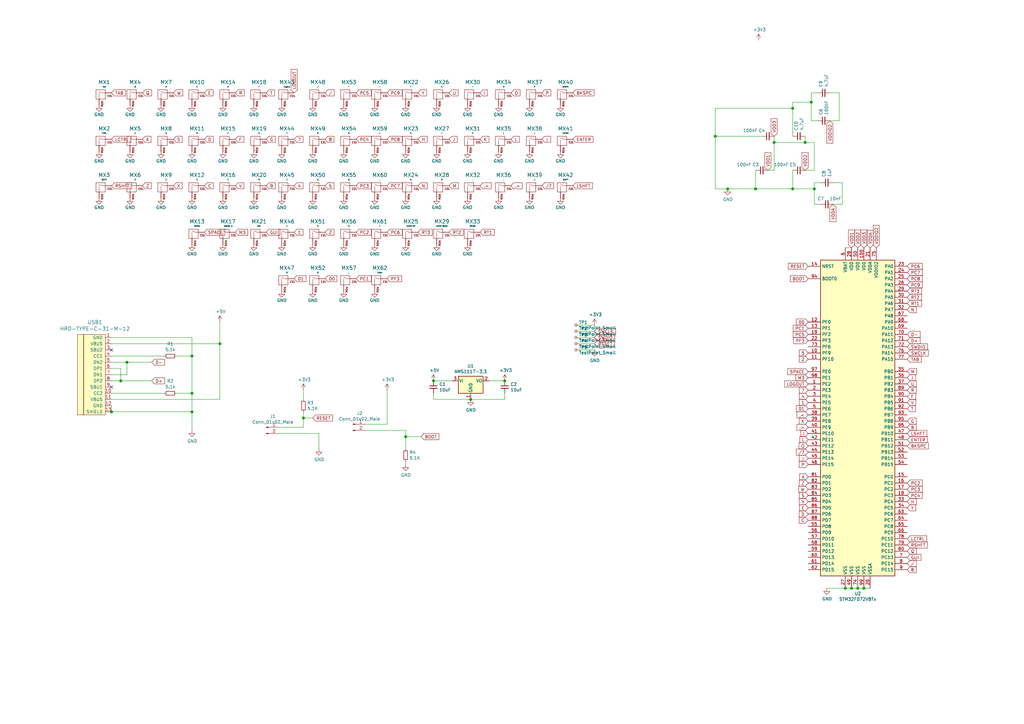
<source format=kicad_sch>
(kicad_sch (version 20210126) (generator eeschema)
  (paper "A3")
  (junction (at 45.72 168.91) (diameter 1.016))
  (junction (at 49.53 156.21) (diameter 1.016))
  (junction (at 52.07 148.59) (diameter 1.016))
  (junction (at 78.74 146.05) (diameter 1.016))
  (junction (at 78.74 161.29) (diameter 1.016))
  (junction (at 78.74 168.91) (diameter 1.016))
  (junction (at 90.17 140.97) (diameter 1.016))
  (junction (at 124.46 171.45) (diameter 1.016))
  (junction (at 166.37 179.07) (diameter 1.016))
  (junction (at 177.8 156.21) (diameter 1.016))
  (junction (at 193.04 163.83) (diameter 1.016))
  (junction (at 207.01 156.21) (diameter 1.016))
  (junction (at 293.37 55.88) (diameter 1.016))
  (junction (at 298.45 77.47) (diameter 1.016))
  (junction (at 309.88 77.47) (diameter 1.016))
  (junction (at 317.5 58.42) (diameter 1.016))
  (junction (at 325.12 44.45) (diameter 1.016))
  (junction (at 325.12 77.47) (diameter 1.016))
  (junction (at 330.2 58.42) (diameter 1.016))
  (junction (at 332.74 41.91) (diameter 1.016))
  (junction (at 334.01 77.47) (diameter 1.016))
  (junction (at 346.71 241.3) (diameter 1.016))
  (junction (at 349.25 241.3) (diameter 1.016))
  (junction (at 351.79 241.3) (diameter 1.016))
  (junction (at 354.33 241.3) (diameter 1.016))
  (no_connect (at 45.72 143.51))
  (no_connect (at 45.72 158.75))
  (wire (pts (xy 45.72 138.43) (xy 78.74 138.43)))
  (wire (pts (xy 45.72 140.97) (xy 90.17 140.97)))
  (wire (pts (xy 45.72 146.05) (xy 67.31 146.05)))
  (wire (pts (xy 45.72 148.59) (xy 52.07 148.59)))
  (wire (pts (xy 45.72 151.13) (xy 49.53 151.13)))
  (wire (pts (xy 45.72 153.67) (xy 52.07 153.67)))
  (wire (pts (xy 45.72 156.21) (xy 49.53 156.21)))
  (wire (pts (xy 45.72 161.29) (xy 67.31 161.29)))
  (wire (pts (xy 45.72 163.83) (xy 90.17 163.83)))
  (wire (pts (xy 45.72 166.37) (xy 45.72 168.91)))
  (wire (pts (xy 45.72 168.91) (xy 78.74 168.91)))
  (wire (pts (xy 49.53 151.13) (xy 49.53 156.21)))
  (wire (pts (xy 49.53 156.21) (xy 62.23 156.21)))
  (wire (pts (xy 52.07 148.59) (xy 62.23 148.59)))
  (wire (pts (xy 52.07 153.67) (xy 52.07 148.59)))
  (wire (pts (xy 72.39 146.05) (xy 78.74 146.05)))
  (wire (pts (xy 72.39 161.29) (xy 78.74 161.29)))
  (wire (pts (xy 78.74 138.43) (xy 78.74 146.05)))
  (wire (pts (xy 78.74 146.05) (xy 78.74 161.29)))
  (wire (pts (xy 78.74 161.29) (xy 78.74 168.91)))
  (wire (pts (xy 78.74 168.91) (xy 78.74 176.53)))
  (wire (pts (xy 90.17 140.97) (xy 90.17 132.08)))
  (wire (pts (xy 90.17 163.83) (xy 90.17 140.97)))
  (wire (pts (xy 114.3 175.26) (xy 124.46 175.26)))
  (wire (pts (xy 124.46 160.02) (xy 124.46 163.83)))
  (wire (pts (xy 124.46 171.45) (xy 124.46 168.91)))
  (wire (pts (xy 124.46 171.45) (xy 128.27 171.45)))
  (wire (pts (xy 124.46 175.26) (xy 124.46 171.45)))
  (wire (pts (xy 130.81 177.8) (xy 114.3 177.8)))
  (wire (pts (xy 130.81 184.15) (xy 130.81 177.8)))
  (wire (pts (xy 158.75 160.02) (xy 158.75 173.99)))
  (wire (pts (xy 158.75 173.99) (xy 149.86 173.99)))
  (wire (pts (xy 166.37 176.53) (xy 149.86 176.53)))
  (wire (pts (xy 166.37 176.53) (xy 166.37 179.07)))
  (wire (pts (xy 166.37 179.07) (xy 166.37 184.15)))
  (wire (pts (xy 166.37 179.07) (xy 172.72 179.07)))
  (wire (pts (xy 166.37 190.5) (xy 166.37 189.23)))
  (wire (pts (xy 177.8 156.21) (xy 185.42 156.21)))
  (wire (pts (xy 177.8 163.83) (xy 177.8 161.29)))
  (wire (pts (xy 193.04 163.83) (xy 177.8 163.83)))
  (wire (pts (xy 200.66 156.21) (xy 207.01 156.21)))
  (wire (pts (xy 207.01 161.29) (xy 207.01 163.83)))
  (wire (pts (xy 207.01 163.83) (xy 193.04 163.83)))
  (wire (pts (xy 236.22 133.35) (xy 243.84 133.35)))
  (wire (pts (xy 236.22 135.89) (xy 243.84 135.89)))
  (wire (pts (xy 236.22 138.43) (xy 243.84 138.43)))
  (wire (pts (xy 236.22 140.97) (xy 243.84 140.97)))
  (wire (pts (xy 236.22 143.51) (xy 243.84 143.51)))
  (wire (pts (xy 293.37 44.45) (xy 293.37 55.88)))
  (wire (pts (xy 293.37 55.88) (xy 293.37 77.47)))
  (wire (pts (xy 293.37 77.47) (xy 298.45 77.47)))
  (wire (pts (xy 298.45 77.47) (xy 309.88 77.47)))
  (wire (pts (xy 309.88 69.85) (xy 309.88 77.47)))
  (wire (pts (xy 309.88 77.47) (xy 325.12 77.47)))
  (wire (pts (xy 312.42 55.88) (xy 293.37 55.88)))
  (wire (pts (xy 317.5 55.88) (xy 317.5 58.42)))
  (wire (pts (xy 317.5 58.42) (xy 317.5 69.85)))
  (wire (pts (xy 317.5 69.85) (xy 314.96 69.85)))
  (wire (pts (xy 325.12 41.91) (xy 325.12 44.45)))
  (wire (pts (xy 325.12 44.45) (xy 293.37 44.45)))
  (wire (pts (xy 325.12 55.88) (xy 325.12 44.45)))
  (wire (pts (xy 325.12 77.47) (xy 325.12 69.85)))
  (wire (pts (xy 325.12 77.47) (xy 334.01 77.47)))
  (wire (pts (xy 330.2 55.88) (xy 330.2 58.42)))
  (wire (pts (xy 330.2 58.42) (xy 317.5 58.42)))
  (wire (pts (xy 330.2 58.42) (xy 334.01 58.42)))
  (wire (pts (xy 332.74 38.1) (xy 332.74 41.91)))
  (wire (pts (xy 332.74 41.91) (xy 325.12 41.91)))
  (wire (pts (xy 332.74 41.91) (xy 332.74 49.53)))
  (wire (pts (xy 332.74 49.53) (xy 335.28 49.53)))
  (wire (pts (xy 334.01 58.42) (xy 334.01 69.85)))
  (wire (pts (xy 334.01 69.85) (xy 330.2 69.85)))
  (wire (pts (xy 334.01 74.93) (xy 334.01 77.47)))
  (wire (pts (xy 334.01 77.47) (xy 334.01 83.82)))
  (wire (pts (xy 334.01 83.82) (xy 336.55 83.82)))
  (wire (pts (xy 335.28 38.1) (xy 332.74 38.1)))
  (wire (pts (xy 336.55 74.93) (xy 334.01 74.93)))
  (wire (pts (xy 340.36 38.1) (xy 344.17 38.1)))
  (wire (pts (xy 341.63 74.93) (xy 345.44 74.93)))
  (wire (pts (xy 344.17 38.1) (xy 344.17 49.53)))
  (wire (pts (xy 344.17 49.53) (xy 340.36 49.53)))
  (wire (pts (xy 345.44 74.93) (xy 345.44 83.82)))
  (wire (pts (xy 345.44 83.82) (xy 341.63 83.82)))
  (wire (pts (xy 346.71 101.6) (xy 349.25 101.6)))
  (wire (pts (xy 346.71 241.3) (xy 339.09 241.3)))
  (wire (pts (xy 349.25 241.3) (xy 346.71 241.3)))
  (wire (pts (xy 351.79 241.3) (xy 349.25 241.3)))
  (wire (pts (xy 354.33 241.3) (xy 351.79 241.3)))
  (wire (pts (xy 356.87 241.3) (xy 354.33 241.3)))
  (global_label "TAB" (shape input) (at 45.72 38.1 0) (property "Intersheet References" "${INTERSHEET_REFS}" (effects hide)))
  (global_label "LCTRL" (shape input) (at 45.72 57.15 0) (property "Intersheet References" "${INTERSHEET_REFS}" (effects hide)))
  (global_label "RSHFT" (shape input) (at 45.72 76.2 0) (property "Intersheet References" "${INTERSHEET_REFS}" (effects hide)))
  (global_label "Q" (shape input) (at 58.42 38.1 0) (property "Intersheet References" "${INTERSHEET_REFS}" (effects hide)))
  (global_label "A" (shape input) (at 58.42 57.15 0) (property "Intersheet References" "${INTERSHEET_REFS}" (effects hide)))
  (global_label "Z" (shape input) (at 58.42 76.2 0) (property "Intersheet References" "${INTERSHEET_REFS}" (effects hide)))
  (global_label "D-" (shape input) (at 62.23 148.59 0) (property "Intersheet References" "${INTERSHEET_REFS}" (effects hide)))
  (global_label "D+" (shape input) (at 62.23 156.21 0) (property "Intersheet References" "${INTERSHEET_REFS}" (effects hide)))
  (global_label "W" (shape input) (at 71.12 38.1 0) (property "Intersheet References" "${INTERSHEET_REFS}" (effects hide)))
  (global_label "S" (shape input) (at 71.12 57.15 0) (property "Intersheet References" "${INTERSHEET_REFS}" (effects hide)))
  (global_label "X" (shape input) (at 71.12 76.2 0) (property "Intersheet References" "${INTERSHEET_REFS}" (effects hide)))
  (global_label "E" (shape input) (at 83.82 38.1 0) (property "Intersheet References" "${INTERSHEET_REFS}" (effects hide)))
  (global_label "D" (shape input) (at 83.82 57.15 0) (property "Intersheet References" "${INTERSHEET_REFS}" (effects hide)))
  (global_label "C" (shape input) (at 83.82 76.2 0) (property "Intersheet References" "${INTERSHEET_REFS}" (effects hide)))
  (global_label "SPACE" (shape input) (at 83.82 95.25 0) (property "Intersheet References" "${INTERSHEET_REFS}" (effects hide)))
  (global_label "R" (shape input) (at 96.52 38.1 0) (property "Intersheet References" "${INTERSHEET_REFS}" (effects hide)))
  (global_label "F" (shape input) (at 96.52 57.15 0) (property "Intersheet References" "${INTERSHEET_REFS}" (effects hide)))
  (global_label "V" (shape input) (at 96.52 76.2 0) (property "Intersheet References" "${INTERSHEET_REFS}" (effects hide)))
  (global_label "M3" (shape input) (at 96.52 95.25 0) (property "Intersheet References" "${INTERSHEET_REFS}" (effects hide)))
  (global_label "T" (shape input) (at 109.22 38.1 0) (property "Intersheet References" "${INTERSHEET_REFS}" (effects hide)))
  (global_label "G" (shape input) (at 109.22 57.15 0) (property "Intersheet References" "${INTERSHEET_REFS}" (effects hide)))
  (global_label "B" (shape input) (at 109.22 76.2 0) (property "Intersheet References" "${INTERSHEET_REFS}" (effects hide)))
  (global_label "GUI" (shape input) (at 109.22 95.25 0) (property "Intersheet References" "${INTERSHEET_REFS}" (effects hide)))
  (global_label "LOGOUT" (shape input) (at 120.65 38.1 90) (property "Intersheet References" "${INTERSHEET_REFS}" (effects hide)))
  (global_label "7" (shape input) (at 120.65 57.15 0) (property "Intersheet References" "${INTERSHEET_REFS}" (effects hide)))
  (global_label "4" (shape input) (at 120.65 76.2 0) (property "Intersheet References" "${INTERSHEET_REFS}" (effects hide)))
  (global_label "1" (shape input) (at 120.65 95.25 0) (property "Intersheet References" "${INTERSHEET_REFS}" (effects hide)))
  (global_label "01" (shape input) (at 120.65 114.3 0) (property "Intersheet References" "${INTERSHEET_REFS}" (effects hide)))
  (global_label "RESET" (shape input) (at 128.27 171.45 0) (property "Intersheet References" "${INTERSHEET_REFS}" (effects hide)))
  (global_label "{slash}" (shape input) (at 133.35 38.1 0) (property "Intersheet References" "${INTERSHEET_REFS}" (effects hide)))
  (global_label "8" (shape input) (at 133.35 57.15 0) (property "Intersheet References" "${INTERSHEET_REFS}" (effects hide)))
  (global_label "5" (shape input) (at 133.35 76.2 0) (property "Intersheet References" "${INTERSHEET_REFS}" (effects hide)))
  (global_label "2" (shape input) (at 133.35 95.25 0) (property "Intersheet References" "${INTERSHEET_REFS}" (effects hide)))
  (global_label "00" (shape input) (at 133.35 114.3 0) (property "Intersheet References" "${INTERSHEET_REFS}" (effects hide)))
  (global_label "PC5" (shape input) (at 146.05 38.1 0) (property "Intersheet References" "${INTERSHEET_REFS}" (effects hide)))
  (global_label "PC4" (shape input) (at 146.05 57.15 0) (property "Intersheet References" "${INTERSHEET_REFS}" (effects hide)))
  (global_label "PC3" (shape input) (at 146.05 76.2 0) (property "Intersheet References" "${INTERSHEET_REFS}" (effects hide)))
  (global_label "PC2" (shape input) (at 146.05 95.25 0) (property "Intersheet References" "${INTERSHEET_REFS}" (effects hide)))
  (global_label "PC1" (shape input) (at 146.05 114.3 0) (property "Intersheet References" "${INTERSHEET_REFS}" (effects hide)))
  (global_label "PC9" (shape input) (at 158.75 38.1 0) (property "Intersheet References" "${INTERSHEET_REFS}" (effects hide)))
  (global_label "PC8" (shape input) (at 158.75 57.15 0) (property "Intersheet References" "${INTERSHEET_REFS}" (effects hide)))
  (global_label "PC7" (shape input) (at 158.75 76.2 0) (property "Intersheet References" "${INTERSHEET_REFS}" (effects hide)))
  (global_label "PC6" (shape input) (at 158.75 95.25 0) (property "Intersheet References" "${INTERSHEET_REFS}" (effects hide)))
  (global_label "PF3" (shape input) (at 158.75 114.3 0) (property "Intersheet References" "${INTERSHEET_REFS}" (effects hide)))
  (global_label "Y" (shape input) (at 171.45 38.1 0) (property "Intersheet References" "${INTERSHEET_REFS}" (effects hide)))
  (global_label "H" (shape input) (at 171.45 57.15 0) (property "Intersheet References" "${INTERSHEET_REFS}" (effects hide)))
  (global_label "N" (shape input) (at 171.45 76.2 0) (property "Intersheet References" "${INTERSHEET_REFS}" (effects hide)))
  (global_label "RT3" (shape input) (at 171.45 95.25 0) (property "Intersheet References" "${INTERSHEET_REFS}" (effects hide)))
  (global_label "BOOT" (shape input) (at 172.72 179.07 0) (property "Intersheet References" "${INTERSHEET_REFS}" (effects hide)))
  (global_label "U" (shape input) (at 184.15 38.1 0) (property "Intersheet References" "${INTERSHEET_REFS}" (effects hide)))
  (global_label "J" (shape input) (at 184.15 57.15 0) (property "Intersheet References" "${INTERSHEET_REFS}" (effects hide)))
  (global_label "M" (shape input) (at 184.15 76.2 0) (property "Intersheet References" "${INTERSHEET_REFS}" (effects hide)))
  (global_label "RT2" (shape input) (at 184.15 95.25 0) (property "Intersheet References" "${INTERSHEET_REFS}" (effects hide)))
  (global_label "I" (shape input) (at 196.85 38.1 0) (property "Intersheet References" "${INTERSHEET_REFS}" (effects hide)))
  (global_label "K" (shape input) (at 196.85 57.15 0) (property "Intersheet References" "${INTERSHEET_REFS}" (effects hide)))
  (global_label ",<" (shape input) (at 196.85 76.2 0) (property "Intersheet References" "${INTERSHEET_REFS}" (effects hide)))
  (global_label "RT1" (shape input) (at 196.85 95.25 0) (property "Intersheet References" "${INTERSHEET_REFS}" (effects hide)))
  (global_label "O" (shape input) (at 209.55 38.1 0) (property "Intersheet References" "${INTERSHEET_REFS}" (effects hide)))
  (global_label "L" (shape input) (at 209.55 57.15 0) (property "Intersheet References" "${INTERSHEET_REFS}" (effects hide)))
  (global_label ".>" (shape input) (at 209.55 76.2 0) (property "Intersheet References" "${INTERSHEET_REFS}" (effects hide)))
  (global_label "P" (shape input) (at 222.25 38.1 0) (property "Intersheet References" "${INTERSHEET_REFS}" (effects hide)))
  (global_label ";:" (shape input) (at 222.25 57.15 0) (property "Intersheet References" "${INTERSHEET_REFS}" (effects hide)))
  (global_label "{slash}?" (shape input) (at 222.25 76.2 0) (property "Intersheet References" "${INTERSHEET_REFS}" (effects hide)))
  (global_label "BKSPC" (shape input) (at 234.95 38.1 0) (property "Intersheet References" "${INTERSHEET_REFS}" (effects hide)))
  (global_label "ENTER" (shape input) (at 234.95 57.15 0) (property "Intersheet References" "${INTERSHEET_REFS}" (effects hide)))
  (global_label "LSHFT" (shape input) (at 234.95 76.2 0) (property "Intersheet References" "${INTERSHEET_REFS}" (effects hide)))
  (global_label "SWCLK" (shape input) (at 243.84 135.89 0) (property "Intersheet References" "${INTERSHEET_REFS}" (effects hide)))
  (global_label "SWDIO" (shape input) (at 243.84 138.43 0) (property "Intersheet References" "${INTERSHEET_REFS}" (effects hide)))
  (global_label "RESET" (shape input) (at 243.84 140.97 0) (property "Intersheet References" "${INTERSHEET_REFS}" (effects hide)))
  (global_label "VDD1" (shape input) (at 314.96 69.85 90) (property "Intersheet References" "${INTERSHEET_REFS}" (effects hide)))
  (global_label "VDD3" (shape input) (at 317.5 55.88 90) (property "Intersheet References" "${INTERSHEET_REFS}" (effects hide)))
  (global_label "VDD2" (shape input) (at 330.2 69.85 90) (property "Intersheet References" "${INTERSHEET_REFS}" (effects hide)))
  (global_label "RESET" (shape input) (at 331.47 109.22 180) (property "Intersheet References" "${INTERSHEET_REFS}" (effects hide)))
  (global_label "BOOT" (shape input) (at 331.47 114.3 180) (property "Intersheet References" "${INTERSHEET_REFS}" (effects hide)))
  (global_label "00" (shape input) (at 331.47 132.08 180) (property "Intersheet References" "${INTERSHEET_REFS}" (effects hide)))
  (global_label "PC1" (shape input) (at 331.47 134.62 180) (property "Intersheet References" "${INTERSHEET_REFS}" (effects hide)))
  (global_label "PC5" (shape input) (at 331.47 137.16 180) (property "Intersheet References" "${INTERSHEET_REFS}" (effects hide)))
  (global_label "PF3" (shape input) (at 331.47 139.7 180) (property "Intersheet References" "${INTERSHEET_REFS}" (effects hide)))
  (global_label "5" (shape input) (at 331.47 144.78 180) (property "Intersheet References" "${INTERSHEET_REFS}" (effects hide)))
  (global_label "2" (shape input) (at 331.47 147.32 180) (property "Intersheet References" "${INTERSHEET_REFS}" (effects hide)))
  (global_label "SPACE" (shape input) (at 331.47 152.4 180) (property "Intersheet References" "${INTERSHEET_REFS}" (effects hide)))
  (global_label "M3" (shape input) (at 331.47 154.94 180) (property "Intersheet References" "${INTERSHEET_REFS}" (effects hide)))
  (global_label "LOGOUT" (shape input) (at 331.47 157.48 180) (property "Intersheet References" "${INTERSHEET_REFS}" (effects hide)))
  (global_label "7" (shape input) (at 331.47 160.02 180) (property "Intersheet References" "${INTERSHEET_REFS}" (effects hide)))
  (global_label "4" (shape input) (at 331.47 162.56 180) (property "Intersheet References" "${INTERSHEET_REFS}" (effects hide)))
  (global_label "1" (shape input) (at 331.47 165.1 180) (property "Intersheet References" "${INTERSHEET_REFS}" (effects hide)))
  (global_label "01" (shape input) (at 331.47 167.64 180) (property "Intersheet References" "${INTERSHEET_REFS}" (effects hide)))
  (global_label ",<" (shape input) (at 331.47 170.18 180) (property "Intersheet References" "${INTERSHEET_REFS}" (effects hide)))
  (global_label "K" (shape input) (at 331.47 172.72 180) (property "Intersheet References" "${INTERSHEET_REFS}" (effects hide)))
  (global_label ".>" (shape input) (at 331.47 175.26 180) (property "Intersheet References" "${INTERSHEET_REFS}" (effects hide)))
  (global_label "I" (shape input) (at 331.47 177.8 180) (property "Intersheet References" "${INTERSHEET_REFS}" (effects hide)))
  (global_label "L" (shape input) (at 331.47 180.34 180) (property "Intersheet References" "${INTERSHEET_REFS}" (effects hide)))
  (global_label "O" (shape input) (at 331.47 182.88 180) (property "Intersheet References" "${INTERSHEET_REFS}" (effects hide)))
  (global_label "{slash}?" (shape input) (at 331.47 185.42 180) (property "Intersheet References" "${INTERSHEET_REFS}" (effects hide)))
  (global_label ";:" (shape input) (at 331.47 187.96 180) (property "Intersheet References" "${INTERSHEET_REFS}" (effects hide)))
  (global_label "P" (shape input) (at 331.47 190.5 180) (property "Intersheet References" "${INTERSHEET_REFS}" (effects hide)))
  (global_label "A" (shape input) (at 331.47 195.58 180) (property "Intersheet References" "${INTERSHEET_REFS}" (effects hide)))
  (global_label "Z" (shape input) (at 331.47 198.12 180) (property "Intersheet References" "${INTERSHEET_REFS}" (effects hide)))
  (global_label "W" (shape input) (at 331.47 200.66 180) (property "Intersheet References" "${INTERSHEET_REFS}" (effects hide)))
  (global_label "S" (shape input) (at 331.47 203.2 180) (property "Intersheet References" "${INTERSHEET_REFS}" (effects hide)))
  (global_label "X" (shape input) (at 331.47 205.74 180) (property "Intersheet References" "${INTERSHEET_REFS}" (effects hide)))
  (global_label "E" (shape input) (at 331.47 208.28 180) (property "Intersheet References" "${INTERSHEET_REFS}" (effects hide)))
  (global_label "D" (shape input) (at 331.47 210.82 180) (property "Intersheet References" "${INTERSHEET_REFS}" (effects hide)))
  (global_label "C" (shape input) (at 331.47 213.36 180) (property "Intersheet References" "${INTERSHEET_REFS}" (effects hide)))
  (global_label "VDDIO2" (shape input) (at 340.36 49.53 270) (property "Intersheet References" "${INTERSHEET_REFS}" (effects hide)))
  (global_label "VDDA" (shape input) (at 341.63 83.82 270) (property "Intersheet References" "${INTERSHEET_REFS}" (effects hide)))
  (global_label "VDD1" (shape input) (at 349.25 101.6 90) (property "Intersheet References" "${INTERSHEET_REFS}" (effects hide)))
  (global_label "VDD2" (shape input) (at 351.79 101.6 90) (property "Intersheet References" "${INTERSHEET_REFS}" (effects hide)))
  (global_label "VDD3" (shape input) (at 354.33 101.6 90) (property "Intersheet References" "${INTERSHEET_REFS}" (effects hide)))
  (global_label "VDDA" (shape input) (at 356.87 101.6 90) (property "Intersheet References" "${INTERSHEET_REFS}" (effects hide)))
  (global_label "VDDIO2" (shape input) (at 359.41 101.6 90) (property "Intersheet References" "${INTERSHEET_REFS}" (effects hide)))
  (global_label "PC6" (shape input) (at 372.11 109.22 0) (property "Intersheet References" "${INTERSHEET_REFS}" (effects hide)))
  (global_label "PC7" (shape input) (at 372.11 111.76 0) (property "Intersheet References" "${INTERSHEET_REFS}" (effects hide)))
  (global_label "PC8" (shape input) (at 372.11 114.3 0) (property "Intersheet References" "${INTERSHEET_REFS}" (effects hide)))
  (global_label "PC9" (shape input) (at 372.11 116.84 0) (property "Intersheet References" "${INTERSHEET_REFS}" (effects hide)))
  (global_label "RT3" (shape input) (at 372.11 119.38 0) (property "Intersheet References" "${INTERSHEET_REFS}" (effects hide)))
  (global_label "RT2" (shape input) (at 372.11 121.92 0) (property "Intersheet References" "${INTERSHEET_REFS}" (effects hide)))
  (global_label "RT1" (shape input) (at 372.11 124.46 0) (property "Intersheet References" "${INTERSHEET_REFS}" (effects hide)))
  (global_label "N" (shape input) (at 372.11 127 0) (property "Intersheet References" "${INTERSHEET_REFS}" (effects hide)))
  (global_label "D-" (shape input) (at 372.11 137.16 0) (property "Intersheet References" "${INTERSHEET_REFS}" (effects hide)))
  (global_label "D+" (shape input) (at 372.11 139.7 0) (property "Intersheet References" "${INTERSHEET_REFS}" (effects hide)))
  (global_label "SWDIO" (shape input) (at 372.11 142.24 0) (property "Intersheet References" "${INTERSHEET_REFS}" (effects hide)))
  (global_label "SWCLK" (shape input) (at 372.11 144.78 0) (property "Intersheet References" "${INTERSHEET_REFS}" (effects hide)))
  (global_label "TAB" (shape input) (at 372.11 147.32 0) (property "Intersheet References" "${INTERSHEET_REFS}" (effects hide)))
  (global_label "M" (shape input) (at 372.11 152.4 0) (property "Intersheet References" "${INTERSHEET_REFS}" (effects hide)))
  (global_label "J" (shape input) (at 372.11 154.94 0) (property "Intersheet References" "${INTERSHEET_REFS}" (effects hide)))
  (global_label "U" (shape input) (at 372.11 157.48 0) (property "Intersheet References" "${INTERSHEET_REFS}" (effects hide)))
  (global_label "R" (shape input) (at 372.11 160.02 0) (property "Intersheet References" "${INTERSHEET_REFS}" (effects hide)))
  (global_label "F" (shape input) (at 372.11 162.56 0) (property "Intersheet References" "${INTERSHEET_REFS}" (effects hide)))
  (global_label "V" (shape input) (at 372.11 165.1 0) (property "Intersheet References" "${INTERSHEET_REFS}" (effects hide)))
  (global_label "T" (shape input) (at 372.11 167.64 0) (property "Intersheet References" "${INTERSHEET_REFS}" (effects hide)))
  (global_label "G" (shape input) (at 372.11 172.72 0) (property "Intersheet References" "${INTERSHEET_REFS}" (effects hide)))
  (global_label "B" (shape input) (at 372.11 175.26 0) (property "Intersheet References" "${INTERSHEET_REFS}" (effects hide)))
  (global_label "LSHFT" (shape input) (at 372.11 177.8 0) (property "Intersheet References" "${INTERSHEET_REFS}" (effects hide)))
  (global_label "ENTER" (shape input) (at 372.11 180.34 0) (property "Intersheet References" "${INTERSHEET_REFS}" (effects hide)))
  (global_label "BKSPC" (shape input) (at 372.11 182.88 0) (property "Intersheet References" "${INTERSHEET_REFS}" (effects hide)))
  (global_label "PC2" (shape input) (at 372.11 198.12 0) (property "Intersheet References" "${INTERSHEET_REFS}" (effects hide)))
  (global_label "PC3" (shape input) (at 372.11 200.66 0) (property "Intersheet References" "${INTERSHEET_REFS}" (effects hide)))
  (global_label "PC4" (shape input) (at 372.11 203.2 0) (property "Intersheet References" "${INTERSHEET_REFS}" (effects hide)))
  (global_label "H" (shape input) (at 372.11 205.74 0) (property "Intersheet References" "${INTERSHEET_REFS}" (effects hide)))
  (global_label "Y" (shape input) (at 372.11 208.28 0) (property "Intersheet References" "${INTERSHEET_REFS}" (effects hide)))
  (global_label "LCTRL" (shape input) (at 372.11 220.98 0) (property "Intersheet References" "${INTERSHEET_REFS}" (effects hide)))
  (global_label "RSHFT" (shape input) (at 372.11 223.52 0) (property "Intersheet References" "${INTERSHEET_REFS}" (effects hide)))
  (global_label "Q" (shape input) (at 372.11 226.06 0) (property "Intersheet References" "${INTERSHEET_REFS}" (effects hide)))
  (global_label "GUI" (shape input) (at 372.11 228.6 0) (property "Intersheet References" "${INTERSHEET_REFS}" (effects hide)))
  (global_label "{slash}" (shape input) (at 372.11 231.14 0) (property "Intersheet References" "${INTERSHEET_REFS}" (effects hide)))
  (global_label "8" (shape input) (at 372.11 233.68 0) (property "Intersheet References" "${INTERSHEET_REFS}" (effects hide)))
  (symbol (lib_id "Connector:TestPoint_Small") (at 236.22 133.35 0) (unit 1)
    (property "Reference" "TP1" (at 237.3631 132.2006 0) (effects (justify left)))
    (property "Value" "TestPoint_Small" (at 237.3631 134.4993 0) (effects (justify left)))
    (property "Footprint" "TestPoint:TestPoint_Pad_D1.0mm" (effects hide))
  )
  (symbol (lib_id "Connector:TestPoint_Small") (at 236.22 135.89 0) (unit 1)
    (property "Reference" "TP2" (at 237.3631 134.7406 0) (effects (justify left)))
    (property "Value" "TestPoint_Small" (at 237.3631 137.0393 0) (effects (justify left)))
    (property "Footprint" "TestPoint:TestPoint_Pad_D1.0mm" (effects hide))
  )
  (symbol (lib_id "Connector:TestPoint_Small") (at 236.22 138.43 0) (unit 1)
    (property "Reference" "TP3" (at 237.3631 137.2806 0) (effects (justify left)))
    (property "Value" "TestPoint_Small" (at 237.3631 139.5793 0) (effects (justify left)))
    (property "Footprint" "TestPoint:TestPoint_Pad_D1.0mm" (effects hide))
  )
  (symbol (lib_id "Connector:TestPoint_Small") (at 236.22 140.97 0) (unit 1)
    (property "Reference" "TP4" (at 237.3631 139.8206 0) (effects (justify left)))
    (property "Value" "TestPoint_Small" (at 237.3631 142.1193 0) (effects (justify left)))
    (property "Footprint" "TestPoint:TestPoint_Pad_D1.0mm" (effects hide))
  )
  (symbol (lib_id "Connector:TestPoint_Small") (at 236.22 143.51 0) (unit 1)
    (property "Reference" "TP5" (at 237.3631 142.3606 0) (effects (justify left)))
    (property "Value" "TestPoint_Small" (at 237.3631 144.6593 0) (effects (justify left)))
    (property "Footprint" "TestPoint:TestPoint_Pad_D1.0mm" (effects hide))
  )
  (symbol (lib_id "power:+5V") (at 90.17 132.08 0) (unit 1)
    (property "Reference" "#PWR02" (effects hide))
    (property "Value" "+5V" (at 90.5383 127.7556 0))
  )
  (symbol (lib_id "power:+3V3") (at 124.46 160.02 0) (unit 1)
    (property "Reference" "#PWR070" (effects hide))
    (property "Value" "+3V3" (at 124.8283 155.6956 0))
  )
  (symbol (lib_id "power:+3V3") (at 158.75 160.02 0) (unit 1)
    (property "Reference" "#PWR072" (effects hide))
    (property "Value" "+3V3" (at 159.1183 155.6956 0))
  )
  (symbol (lib_id "power:+5V") (at 177.8 156.21 0) (unit 1)
    (property "Reference" "#PWR03" (effects hide))
    (property "Value" "+5V" (at 178.1683 151.8856 0))
  )
  (symbol (lib_id "power:+3V3") (at 207.01 156.21 0) (unit 1)
    (property "Reference" "#PWR05" (effects hide))
    (property "Value" "+3V3" (at 207.3783 151.8856 0))
  )
  (symbol (lib_id "power:+3V3") (at 243.84 133.35 0) (unit 1)
    (property "Reference" "#PWR074" (effects hide))
    (property "Value" "+3V3" (at 244.2083 129.0256 0))
  )
  (symbol (lib_id "power:+3V3") (at 311.15 16.51 0) (unit 1)
    (property "Reference" "#PWR07" (effects hide))
    (property "Value" "+3V3" (at 311.5183 12.1856 0))
  )
  (symbol (lib_id "power:GND") (at 40.64 43.18 0) (unit 1)
    (property "Reference" "#PWR08" (effects hide))
    (property "Value" "GND" (at 40.64 46.99 0))
    (property "Footprint" "Diode_SMD:D_0805_2012Metric_Pad1.15x1.40mm_HandSolder" (effects hide))
  )
  (symbol (lib_id "power:GND") (at 40.64 62.23 0) (unit 1)
    (property "Reference" "#PWR09" (effects hide))
    (property "Value" "GND" (at 40.64 66.04 0))
    (property "Footprint" "Diode_SMD:D_0805_2012Metric_Pad1.15x1.40mm_HandSolder" (effects hide))
  )
  (symbol (lib_id "power:GND") (at 40.64 81.28 0) (unit 1)
    (property "Reference" "#PWR010" (effects hide))
    (property "Value" "GND" (at 40.64 85.09 0))
    (property "Footprint" "Diode_SMD:D_0805_2012Metric_Pad1.15x1.40mm_HandSolder" (effects hide))
  )
  (symbol (lib_id "power:GND") (at 53.34 43.18 0) (unit 1)
    (property "Reference" "#PWR011" (effects hide))
    (property "Value" "GND" (at 53.34 46.99 0))
    (property "Footprint" "Diode_SMD:D_0805_2012Metric_Pad1.15x1.40mm_HandSolder" (effects hide))
  )
  (symbol (lib_id "power:GND") (at 53.34 62.23 0) (unit 1)
    (property "Reference" "#PWR012" (effects hide))
    (property "Value" "GND" (at 53.34 66.04 0))
    (property "Footprint" "Diode_SMD:D_0805_2012Metric_Pad1.15x1.40mm_HandSolder" (effects hide))
  )
  (symbol (lib_id "power:GND") (at 53.34 81.28 0) (unit 1)
    (property "Reference" "#PWR013" (effects hide))
    (property "Value" "GND" (at 53.34 85.09 0))
    (property "Footprint" "Diode_SMD:D_0805_2012Metric_Pad1.15x1.40mm_HandSolder" (effects hide))
  )
  (symbol (lib_id "power:GND") (at 66.04 43.18 0) (unit 1)
    (property "Reference" "#PWR014" (effects hide))
    (property "Value" "GND" (at 66.04 46.99 0))
    (property "Footprint" "Diode_SMD:D_0805_2012Metric_Pad1.15x1.40mm_HandSolder" (effects hide))
  )
  (symbol (lib_id "power:GND") (at 66.04 62.23 0) (unit 1)
    (property "Reference" "#PWR015" (effects hide))
    (property "Value" "GND" (at 66.04 66.04 0))
    (property "Footprint" "Diode_SMD:D_0805_2012Metric_Pad1.15x1.40mm_HandSolder" (effects hide))
  )
  (symbol (lib_id "power:GND") (at 66.04 81.28 0) (unit 1)
    (property "Reference" "#PWR016" (effects hide))
    (property "Value" "GND" (at 66.04 85.09 0))
    (property "Footprint" "Diode_SMD:D_0805_2012Metric_Pad1.15x1.40mm_HandSolder" (effects hide))
  )
  (symbol (lib_id "power:GND") (at 78.74 43.18 0) (unit 1)
    (property "Reference" "#PWR017" (effects hide))
    (property "Value" "GND" (at 78.74 46.99 0))
    (property "Footprint" "Diode_SMD:D_0805_2012Metric_Pad1.15x1.40mm_HandSolder" (effects hide))
  )
  (symbol (lib_id "power:GND") (at 78.74 62.23 0) (unit 1)
    (property "Reference" "#PWR018" (effects hide))
    (property "Value" "GND" (at 78.74 66.04 0))
    (property "Footprint" "Diode_SMD:D_0805_2012Metric_Pad1.15x1.40mm_HandSolder" (effects hide))
  )
  (symbol (lib_id "power:GND") (at 78.74 81.28 0) (unit 1)
    (property "Reference" "#PWR019" (effects hide))
    (property "Value" "GND" (at 78.74 85.09 0))
    (property "Footprint" "Diode_SMD:D_0805_2012Metric_Pad1.15x1.40mm_HandSolder" (effects hide))
  )
  (symbol (lib_id "power:GND") (at 78.74 100.33 0) (unit 1)
    (property "Reference" "#PWR020" (effects hide))
    (property "Value" "GND" (at 78.74 104.14 0))
    (property "Footprint" "Diode_SMD:D_0805_2012Metric_Pad1.15x1.40mm_HandSolder" (effects hide))
  )
  (symbol (lib_id "Hangulator-rescue:GND-power") (at 78.74 176.53 0) (unit 1)
    (property "Reference" "#PWR01" (effects hide))
    (property "Value" "GND" (at 78.867 180.9242 0))
  )
  (symbol (lib_id "power:GND") (at 91.44 43.18 0) (unit 1)
    (property "Reference" "#PWR021" (effects hide))
    (property "Value" "GND" (at 91.44 46.99 0))
    (property "Footprint" "Diode_SMD:D_0805_2012Metric_Pad1.15x1.40mm_HandSolder" (effects hide))
  )
  (symbol (lib_id "power:GND") (at 91.44 62.23 0) (unit 1)
    (property "Reference" "#PWR022" (effects hide))
    (property "Value" "GND" (at 91.44 66.04 0))
    (property "Footprint" "Diode_SMD:D_0805_2012Metric_Pad1.15x1.40mm_HandSolder" (effects hide))
  )
  (symbol (lib_id "power:GND") (at 91.44 81.28 0) (unit 1)
    (property "Reference" "#PWR023" (effects hide))
    (property "Value" "GND" (at 91.44 85.09 0))
    (property "Footprint" "Diode_SMD:D_0805_2012Metric_Pad1.15x1.40mm_HandSolder" (effects hide))
  )
  (symbol (lib_id "power:GND") (at 91.44 100.33 0) (unit 1)
    (property "Reference" "#PWR024" (effects hide))
    (property "Value" "GND" (at 91.44 104.14 0))
    (property "Footprint" "Diode_SMD:D_0805_2012Metric_Pad1.15x1.40mm_HandSolder" (effects hide))
  )
  (symbol (lib_id "power:GND") (at 104.14 43.18 0) (unit 1)
    (property "Reference" "#PWR025" (effects hide))
    (property "Value" "GND" (at 104.14 46.99 0))
    (property "Footprint" "Diode_SMD:D_0805_2012Metric_Pad1.15x1.40mm_HandSolder" (effects hide))
  )
  (symbol (lib_id "power:GND") (at 104.14 62.23 0) (unit 1)
    (property "Reference" "#PWR026" (effects hide))
    (property "Value" "GND" (at 104.14 66.04 0))
    (property "Footprint" "Diode_SMD:D_0805_2012Metric_Pad1.15x1.40mm_HandSolder" (effects hide))
  )
  (symbol (lib_id "power:GND") (at 104.14 81.28 0) (unit 1)
    (property "Reference" "#PWR027" (effects hide))
    (property "Value" "GND" (at 104.14 85.09 0))
    (property "Footprint" "Diode_SMD:D_0805_2012Metric_Pad1.15x1.40mm_HandSolder" (effects hide))
  )
  (symbol (lib_id "power:GND") (at 104.14 100.33 0) (unit 1)
    (property "Reference" "#PWR028" (effects hide))
    (property "Value" "GND" (at 104.14 104.14 0))
    (property "Footprint" "Diode_SMD:D_0805_2012Metric_Pad1.15x1.40mm_HandSolder" (effects hide))
  )
  (symbol (lib_id "power:GND") (at 115.57 43.18 0) (unit 1)
    (property "Reference" "#PWR029" (effects hide))
    (property "Value" "GND" (at 115.57 46.99 0))
    (property "Footprint" "Diode_SMD:D_0805_2012Metric_Pad1.15x1.40mm_HandSolder" (effects hide))
  )
  (symbol (lib_id "power:GND") (at 115.57 62.23 0) (unit 1)
    (property "Reference" "#PWR030" (effects hide))
    (property "Value" "GND" (at 115.57 66.04 0))
    (property "Footprint" "Diode_SMD:D_0805_2012Metric_Pad1.15x1.40mm_HandSolder" (effects hide))
  )
  (symbol (lib_id "power:GND") (at 115.57 81.28 0) (unit 1)
    (property "Reference" "#PWR031" (effects hide))
    (property "Value" "GND" (at 115.57 85.09 0))
    (property "Footprint" "Diode_SMD:D_0805_2012Metric_Pad1.15x1.40mm_HandSolder" (effects hide))
  )
  (symbol (lib_id "power:GND") (at 115.57 100.33 0) (unit 1)
    (property "Reference" "#PWR032" (effects hide))
    (property "Value" "GND" (at 115.57 104.14 0))
    (property "Footprint" "Diode_SMD:D_0805_2012Metric_Pad1.15x1.40mm_HandSolder" (effects hide))
  )
  (symbol (lib_id "power:GND") (at 115.57 119.38 0) (unit 1)
    (property "Reference" "#PWR033" (effects hide))
    (property "Value" "GND" (at 115.57 123.19 0))
    (property "Footprint" "Diode_SMD:D_0805_2012Metric_Pad1.15x1.40mm_HandSolder" (effects hide))
  )
  (symbol (lib_id "power:GND") (at 128.27 43.18 0) (unit 1)
    (property "Reference" "#PWR034" (effects hide))
    (property "Value" "GND" (at 128.27 46.99 0))
    (property "Footprint" "Diode_SMD:D_0805_2012Metric_Pad1.15x1.40mm_HandSolder" (effects hide))
  )
  (symbol (lib_id "power:GND") (at 128.27 62.23 0) (unit 1)
    (property "Reference" "#PWR035" (effects hide))
    (property "Value" "GND" (at 128.27 66.04 0))
    (property "Footprint" "Diode_SMD:D_0805_2012Metric_Pad1.15x1.40mm_HandSolder" (effects hide))
  )
  (symbol (lib_id "power:GND") (at 128.27 81.28 0) (unit 1)
    (property "Reference" "#PWR036" (effects hide))
    (property "Value" "GND" (at 128.27 85.09 0))
    (property "Footprint" "Diode_SMD:D_0805_2012Metric_Pad1.15x1.40mm_HandSolder" (effects hide))
  )
  (symbol (lib_id "power:GND") (at 128.27 100.33 0) (unit 1)
    (property "Reference" "#PWR037" (effects hide))
    (property "Value" "GND" (at 128.27 104.14 0))
    (property "Footprint" "Diode_SMD:D_0805_2012Metric_Pad1.15x1.40mm_HandSolder" (effects hide))
  )
  (symbol (lib_id "power:GND") (at 128.27 119.38 0) (unit 1)
    (property "Reference" "#PWR038" (effects hide))
    (property "Value" "GND" (at 128.27 123.19 0))
    (property "Footprint" "Diode_SMD:D_0805_2012Metric_Pad1.15x1.40mm_HandSolder" (effects hide))
  )
  (symbol (lib_id "power:GND") (at 130.81 184.15 0) (unit 1)
    (property "Reference" "#PWR071" (effects hide))
    (property "Value" "GND" (at 130.9243 188.4744 0))
  )
  (symbol (lib_id "power:GND") (at 140.97 43.18 0) (unit 1)
    (property "Reference" "#PWR039" (effects hide))
    (property "Value" "GND" (at 140.97 46.99 0))
    (property "Footprint" "Diode_SMD:D_0805_2012Metric_Pad1.15x1.40mm_HandSolder" (effects hide))
  )
  (symbol (lib_id "power:GND") (at 140.97 62.23 0) (unit 1)
    (property "Reference" "#PWR040" (effects hide))
    (property "Value" "GND" (at 140.97 66.04 0))
    (property "Footprint" "Diode_SMD:D_0805_2012Metric_Pad1.15x1.40mm_HandSolder" (effects hide))
  )
  (symbol (lib_id "power:GND") (at 140.97 81.28 0) (unit 1)
    (property "Reference" "#PWR041" (effects hide))
    (property "Value" "GND" (at 140.97 85.09 0))
    (property "Footprint" "Diode_SMD:D_0805_2012Metric_Pad1.15x1.40mm_HandSolder" (effects hide))
  )
  (symbol (lib_id "power:GND") (at 140.97 100.33 0) (unit 1)
    (property "Reference" "#PWR042" (effects hide))
    (property "Value" "GND" (at 140.97 104.14 0))
    (property "Footprint" "Diode_SMD:D_0805_2012Metric_Pad1.15x1.40mm_HandSolder" (effects hide))
  )
  (symbol (lib_id "power:GND") (at 140.97 119.38 0) (unit 1)
    (property "Reference" "#PWR043" (effects hide))
    (property "Value" "GND" (at 140.97 123.19 0))
    (property "Footprint" "Diode_SMD:D_0805_2012Metric_Pad1.15x1.40mm_HandSolder" (effects hide))
  )
  (symbol (lib_id "power:GND") (at 153.67 43.18 0) (unit 1)
    (property "Reference" "#PWR044" (effects hide))
    (property "Value" "GND" (at 153.67 46.99 0))
    (property "Footprint" "Diode_SMD:D_0805_2012Metric_Pad1.15x1.40mm_HandSolder" (effects hide))
  )
  (symbol (lib_id "power:GND") (at 153.67 62.23 0) (unit 1)
    (property "Reference" "#PWR045" (effects hide))
    (property "Value" "GND" (at 153.67 66.04 0))
    (property "Footprint" "Diode_SMD:D_0805_2012Metric_Pad1.15x1.40mm_HandSolder" (effects hide))
  )
  (symbol (lib_id "power:GND") (at 153.67 81.28 0) (unit 1)
    (property "Reference" "#PWR046" (effects hide))
    (property "Value" "GND" (at 153.67 85.09 0))
    (property "Footprint" "Diode_SMD:D_0805_2012Metric_Pad1.15x1.40mm_HandSolder" (effects hide))
  )
  (symbol (lib_id "power:GND") (at 153.67 100.33 0) (unit 1)
    (property "Reference" "#PWR047" (effects hide))
    (property "Value" "GND" (at 153.67 104.14 0))
    (property "Footprint" "Diode_SMD:D_0805_2012Metric_Pad1.15x1.40mm_HandSolder" (effects hide))
  )
  (symbol (lib_id "power:GND") (at 153.67 119.38 0) (unit 1)
    (property "Reference" "#PWR048" (effects hide))
    (property "Value" "GND" (at 153.67 123.19 0))
    (property "Footprint" "Diode_SMD:D_0805_2012Metric_Pad1.15x1.40mm_HandSolder" (effects hide))
  )
  (symbol (lib_id "power:GND") (at 166.37 43.18 0) (unit 1)
    (property "Reference" "#PWR049" (effects hide))
    (property "Value" "GND" (at 166.37 46.99 0))
    (property "Footprint" "Diode_SMD:D_0805_2012Metric_Pad1.15x1.40mm_HandSolder" (effects hide))
  )
  (symbol (lib_id "power:GND") (at 166.37 62.23 0) (unit 1)
    (property "Reference" "#PWR050" (effects hide))
    (property "Value" "GND" (at 166.37 66.04 0))
    (property "Footprint" "Diode_SMD:D_0805_2012Metric_Pad1.15x1.40mm_HandSolder" (effects hide))
  )
  (symbol (lib_id "power:GND") (at 166.37 81.28 0) (unit 1)
    (property "Reference" "#PWR051" (effects hide))
    (property "Value" "GND" (at 166.37 85.09 0))
    (property "Footprint" "Diode_SMD:D_0805_2012Metric_Pad1.15x1.40mm_HandSolder" (effects hide))
  )
  (symbol (lib_id "power:GND") (at 166.37 100.33 0) (unit 1)
    (property "Reference" "#PWR052" (effects hide))
    (property "Value" "GND" (at 166.37 104.14 0))
    (property "Footprint" "Diode_SMD:D_0805_2012Metric_Pad1.15x1.40mm_HandSolder" (effects hide))
  )
  (symbol (lib_id "power:GND") (at 166.37 190.5 0) (unit 1)
    (property "Reference" "#PWR073" (effects hide))
    (property "Value" "GND" (at 166.4843 194.8244 0))
  )
  (symbol (lib_id "power:GND") (at 179.07 43.18 0) (unit 1)
    (property "Reference" "#PWR053" (effects hide))
    (property "Value" "GND" (at 179.07 46.99 0))
    (property "Footprint" "Diode_SMD:D_0805_2012Metric_Pad1.15x1.40mm_HandSolder" (effects hide))
  )
  (symbol (lib_id "power:GND") (at 179.07 62.23 0) (unit 1)
    (property "Reference" "#PWR054" (effects hide))
    (property "Value" "GND" (at 179.07 66.04 0))
    (property "Footprint" "Diode_SMD:D_0805_2012Metric_Pad1.15x1.40mm_HandSolder" (effects hide))
  )
  (symbol (lib_id "power:GND") (at 179.07 81.28 0) (unit 1)
    (property "Reference" "#PWR055" (effects hide))
    (property "Value" "GND" (at 179.07 85.09 0))
    (property "Footprint" "Diode_SMD:D_0805_2012Metric_Pad1.15x1.40mm_HandSolder" (effects hide))
  )
  (symbol (lib_id "power:GND") (at 179.07 100.33 0) (unit 1)
    (property "Reference" "#PWR056" (effects hide))
    (property "Value" "GND" (at 179.07 104.14 0))
    (property "Footprint" "Diode_SMD:D_0805_2012Metric_Pad1.15x1.40mm_HandSolder" (effects hide))
  )
  (symbol (lib_id "power:GND") (at 191.77 43.18 0) (unit 1)
    (property "Reference" "#PWR057" (effects hide))
    (property "Value" "GND" (at 191.77 46.99 0))
    (property "Footprint" "Diode_SMD:D_0805_2012Metric_Pad1.15x1.40mm_HandSolder" (effects hide))
  )
  (symbol (lib_id "power:GND") (at 191.77 62.23 0) (unit 1)
    (property "Reference" "#PWR058" (effects hide))
    (property "Value" "GND" (at 191.77 66.04 0))
    (property "Footprint" "Diode_SMD:D_0805_2012Metric_Pad1.15x1.40mm_HandSolder" (effects hide))
  )
  (symbol (lib_id "power:GND") (at 191.77 81.28 0) (unit 1)
    (property "Reference" "#PWR059" (effects hide))
    (property "Value" "GND" (at 191.77 85.09 0))
    (property "Footprint" "Diode_SMD:D_0805_2012Metric_Pad1.15x1.40mm_HandSolder" (effects hide))
  )
  (symbol (lib_id "power:GND") (at 191.77 100.33 0) (unit 1)
    (property "Reference" "#PWR060" (effects hide))
    (property "Value" "GND" (at 191.77 104.14 0))
    (property "Footprint" "Diode_SMD:D_0805_2012Metric_Pad1.15x1.40mm_HandSolder" (effects hide))
  )
  (symbol (lib_id "power:GND") (at 193.04 163.83 0) (unit 1)
    (property "Reference" "#PWR04" (effects hide))
    (property "Value" "GND" (at 193.1543 168.1544 0))
  )
  (symbol (lib_id "power:GND") (at 204.47 43.18 0) (unit 1)
    (property "Reference" "#PWR061" (effects hide))
    (property "Value" "GND" (at 204.47 46.99 0))
    (property "Footprint" "Diode_SMD:D_0805_2012Metric_Pad1.15x1.40mm_HandSolder" (effects hide))
  )
  (symbol (lib_id "power:GND") (at 204.47 62.23 0) (unit 1)
    (property "Reference" "#PWR062" (effects hide))
    (property "Value" "GND" (at 204.47 66.04 0))
    (property "Footprint" "Diode_SMD:D_0805_2012Metric_Pad1.15x1.40mm_HandSolder" (effects hide))
  )
  (symbol (lib_id "power:GND") (at 204.47 81.28 0) (unit 1)
    (property "Reference" "#PWR063" (effects hide))
    (property "Value" "GND" (at 204.47 85.09 0))
    (property "Footprint" "Diode_SMD:D_0805_2012Metric_Pad1.15x1.40mm_HandSolder" (effects hide))
  )
  (symbol (lib_id "power:GND") (at 217.17 43.18 0) (unit 1)
    (property "Reference" "#PWR064" (effects hide))
    (property "Value" "GND" (at 217.17 46.99 0))
    (property "Footprint" "Diode_SMD:D_0805_2012Metric_Pad1.15x1.40mm_HandSolder" (effects hide))
  )
  (symbol (lib_id "power:GND") (at 217.17 62.23 0) (unit 1)
    (property "Reference" "#PWR065" (effects hide))
    (property "Value" "GND" (at 217.17 66.04 0))
    (property "Footprint" "Diode_SMD:D_0805_2012Metric_Pad1.15x1.40mm_HandSolder" (effects hide))
  )
  (symbol (lib_id "power:GND") (at 217.17 81.28 0) (unit 1)
    (property "Reference" "#PWR066" (effects hide))
    (property "Value" "GND" (at 217.17 85.09 0))
    (property "Footprint" "Diode_SMD:D_0805_2012Metric_Pad1.15x1.40mm_HandSolder" (effects hide))
  )
  (symbol (lib_id "power:GND") (at 229.87 43.18 0) (unit 1)
    (property "Reference" "#PWR067" (effects hide))
    (property "Value" "GND" (at 229.87 46.99 0))
    (property "Footprint" "Diode_SMD:D_0805_2012Metric_Pad1.15x1.40mm_HandSolder" (effects hide))
  )
  (symbol (lib_id "power:GND") (at 229.87 62.23 0) (unit 1)
    (property "Reference" "#PWR068" (effects hide))
    (property "Value" "GND" (at 229.87 66.04 0))
    (property "Footprint" "Diode_SMD:D_0805_2012Metric_Pad1.15x1.40mm_HandSolder" (effects hide))
  )
  (symbol (lib_id "power:GND") (at 229.87 81.28 0) (unit 1)
    (property "Reference" "#PWR069" (effects hide))
    (property "Value" "GND" (at 229.87 85.09 0))
    (property "Footprint" "Diode_SMD:D_0805_2012Metric_Pad1.15x1.40mm_HandSolder" (effects hide))
  )
  (symbol (lib_id "power:GND") (at 243.84 143.51 0) (unit 1)
    (property "Reference" "#PWR075" (effects hide))
    (property "Value" "GND" (at 243.9543 147.8344 0))
  )
  (symbol (lib_id "power:GND") (at 298.45 77.47 0) (unit 1)
    (property "Reference" "#PWR076" (effects hide))
    (property "Value" "GND" (at 298.5643 81.7944 0))
  )
  (symbol (lib_id "power:GND") (at 339.09 241.3 0) (unit 1)
    (property "Reference" "#PWR06" (effects hide))
    (property "Value" "GND" (at 339.2043 245.6244 0))
  )
  (symbol (lib_id "Hangulator-rescue:R_Small-Device") (at 69.85 146.05 270) (unit 1)
    (property "Reference" "R1" (at 69.85 141.0716 90))
    (property "Value" "5.1k" (at 69.85 143.383 90))
    (property "Footprint" "Resistor_SMD:R_0805_2012Metric_Pad1.20x1.40mm_HandSolder" (effects hide))
  )
  (symbol (lib_id "Hangulator-rescue:R_Small-Device") (at 69.85 161.29 270) (unit 1)
    (property "Reference" "R2" (at 69.85 156.3116 90))
    (property "Value" "5.1k" (at 69.85 158.623 90))
    (property "Footprint" "Resistor_SMD:R_0805_2012Metric_Pad1.20x1.40mm_HandSolder" (effects hide))
  )
  (symbol (lib_id "Device:R_Small") (at 124.46 166.37 0) (unit 1)
    (property "Reference" "R3" (at 125.9587 165.2206 0) (effects (justify left)))
    (property "Value" "5.1K" (at 125.959 167.519 0) (effects (justify left)))
    (property "Footprint" "Resistor_SMD:R_0805_2012Metric_Pad1.20x1.40mm_HandSolder" (effects hide))
  )
  (symbol (lib_id "Device:R_Small") (at 166.37 186.69 0) (unit 1)
    (property "Reference" "R4" (at 167.8687 185.5406 0) (effects (justify left)))
    (property "Value" "5.1K" (at 167.869 187.839 0) (effects (justify left)))
    (property "Footprint" "Resistor_SMD:R_0805_2012Metric_Pad1.20x1.40mm_HandSolder" (effects hide))
  )
  (symbol (lib_id "Device:C_Small") (at 177.8 158.75 0) (unit 1)
    (property "Reference" "C1" (at 180.1242 157.6006 0) (effects (justify left)))
    (property "Value" "10uF" (at 180.124 159.899 0) (effects (justify left)))
    (property "Footprint" "Capacitor_SMD:C_0805_2012Metric_Pad1.18x1.45mm_HandSolder" (effects hide))
  )
  (symbol (lib_id "Device:C_Small") (at 207.01 158.75 0) (unit 1)
    (property "Reference" "C2" (at 209.3342 157.6006 0) (effects (justify left)))
    (property "Value" "10uF" (at 209.334 159.899 0) (effects (justify left)))
    (property "Footprint" "Capacitor_SMD:C_0805_2012Metric_Pad1.18x1.45mm_HandSolder" (effects hide))
  )
  (symbol (lib_id "Device:C_Small") (at 312.42 69.85 90) (unit 1)
    (property "Reference" "C3" (at 311.271 67.526 90) (effects (justify left)))
    (property "Value" "100nF" (at 302.139 67.526 90) (effects (justify right)))
    (property "Footprint" "Capacitor_SMD:C_0805_2012Metric_Pad1.18x1.45mm_HandSolder" (effects hide))
  )
  (symbol (lib_id "Device:C_Small") (at 314.96 55.88 90) (unit 1)
    (property "Reference" "C4" (at 313.811 53.556 90) (effects (justify left)))
    (property "Value" "100nF" (at 304.679 53.556 90) (effects (justify right)))
    (property "Footprint" "Capacitor_SMD:C_0805_2012Metric_Pad1.18x1.45mm_HandSolder" (effects hide))
  )
  (symbol (lib_id "Device:C_Small") (at 327.66 55.88 90) (unit 1)
    (property "Reference" "C10" (at 326.5106 53.5558 0) (effects (justify left)))
    (property "Value" "4.7uF" (at 328.809 53.556 0) (effects (justify left)))
    (property "Footprint" "Capacitor_SMD:C_0603_1608Metric_Pad1.08x0.95mm_HandSolder" (effects hide))
  )
  (symbol (lib_id "Device:C_Small") (at 327.66 69.85 90) (unit 1)
    (property "Reference" "C5" (at 326.511 67.526 90) (effects (justify left)))
    (property "Value" "100nF" (at 317.379 67.526 90) (effects (justify right)))
    (property "Footprint" "Capacitor_SMD:C_0805_2012Metric_Pad1.18x1.45mm_HandSolder" (effects hide))
  )
  (symbol (lib_id "Device:C_Small") (at 337.82 38.1 90) (unit 1)
    (property "Reference" "C9" (at 336.6706 35.7758 0) (effects (justify left)))
    (property "Value" "4.7uF" (at 338.969 35.776 0) (effects (justify left)))
    (property "Footprint" "Capacitor_SMD:C_0603_1608Metric_Pad1.08x0.95mm_HandSolder" (effects hide))
  )
  (symbol (lib_id "Device:C_Small") (at 337.82 49.53 90) (unit 1)
    (property "Reference" "C6" (at 336.6706 47.2058 0) (effects (justify left)))
    (property "Value" "100nF" (at 338.969 47.206 0) (effects (justify left)))
    (property "Footprint" "Capacitor_SMD:C_0805_2012Metric_Pad1.18x1.45mm_HandSolder" (effects hide))
  )
  (symbol (lib_id "Device:C_Small") (at 339.09 74.93 90) (unit 1)
    (property "Reference" "C8" (at 337.9406 72.6058 0) (effects (justify left)))
    (property "Value" "1uF" (at 340.239 72.606 0) (effects (justify left)))
    (property "Footprint" "Capacitor_SMD:C_0805_2012Metric_Pad1.18x1.45mm_HandSolder" (effects hide))
  )
  (symbol (lib_id "Device:C_Small") (at 339.09 83.82 90) (unit 1)
    (property "Reference" "C7" (at 337.941 81.496 90) (effects (justify left)))
    (property "Value" "10nF" (at 340.239 81.496 90) (effects (justify right)))
    (property "Footprint" "Capacitor_SMD:C_0805_2012Metric_Pad1.18x1.45mm_HandSolder" (effects hide))
  )
  (symbol (lib_id "Connector:Conn_01x02_Male") (at 109.22 175.26 0) (unit 1)
    (property "Reference" "J1" (at 111.9124 170.7958 0))
    (property "Value" "Conn_01x02_Male" (at 111.9124 173.0945 0))
    (property "Footprint" "Diode_SMD:D_0805_2012Metric_Pad1.15x1.40mm_HandSolder" (effects hide))
  )
  (symbol (lib_id "Connector:Conn_01x02_Male") (at 144.78 173.99 0) (unit 1)
    (property "Reference" "J2" (at 147.4724 169.5258 0))
    (property "Value" "Conn_01x02_Male" (at 147.4724 171.8245 0))
    (property "Footprint" "Diode_SMD:D_0805_2012Metric_Pad1.15x1.40mm_HandSolder" (effects hide))
  )
  (symbol (lib_id "Hangulator-rescue:MX-NoLED-MX_Alps_Hybrid") (at 41.91 39.37 0) (unit 1)
    (property "Reference" "MX1" (at 42.7482 33.7058 0) (effects (font (size 1.524 1.524))))
    (property "Value" "Tab" (at 42.7482 35.5854 0) (effects (font (size 0.508 0.508))))
    (property "Footprint" "MX_Alps_Hybrid:MX-1U-NoLED" (effects hide))
  )
  (symbol (lib_id "Hangulator-rescue:MX-NoLED-MX_Alps_Hybrid") (at 41.91 58.42 0) (unit 1)
    (property "Reference" "MX2" (at 42.7482 52.7558 0) (effects (font (size 1.524 1.524))))
    (property "Value" "CTRL" (at 42.7482 54.6354 0) (effects (font (size 0.508 0.508))))
    (property "Footprint" "MX_Alps_Hybrid:MX-1U-NoLED" (effects hide))
  )
  (symbol (lib_id "Hangulator-rescue:MX-NoLED-MX_Alps_Hybrid") (at 41.91 77.47 0) (unit 1)
    (property "Reference" "MX3" (at 42.7482 71.8058 0) (effects (font (size 1.524 1.524))))
    (property "Value" "SHIFT" (at 42.7482 73.6854 0) (effects (font (size 0.508 0.508))))
    (property "Footprint" "MX_Alps_Hybrid:MX-1U-NoLED" (effects hide))
  )
  (symbol (lib_id "Hangulator-rescue:MX-NoLED-MX_Alps_Hybrid") (at 54.61 39.37 0) (unit 1)
    (property "Reference" "MX4" (at 55.4482 33.7058 0) (effects (font (size 1.524 1.524))))
    (property "Value" "Q" (at 55.4482 35.5854 0) (effects (font (size 0.508 0.508))))
    (property "Footprint" "MX_Alps_Hybrid:MX-1U-NoLED" (effects hide))
  )
  (symbol (lib_id "Hangulator-rescue:MX-NoLED-MX_Alps_Hybrid") (at 54.61 58.42 0) (unit 1)
    (property "Reference" "MX5" (at 55.4482 52.7558 0) (effects (font (size 1.524 1.524))))
    (property "Value" "A" (at 55.4482 54.6354 0) (effects (font (size 0.508 0.508))))
    (property "Footprint" "MX_Alps_Hybrid:MX-1U-NoLED" (effects hide))
  )
  (symbol (lib_id "Hangulator-rescue:MX-NoLED-MX_Alps_Hybrid") (at 54.61 77.47 0) (unit 1)
    (property "Reference" "MX6" (at 55.4482 71.8058 0) (effects (font (size 1.524 1.524))))
    (property "Value" "Z" (at 55.4482 73.6854 0) (effects (font (size 0.508 0.508))))
    (property "Footprint" "MX_Alps_Hybrid:MX-1U-NoLED" (effects hide))
  )
  (symbol (lib_id "Hangulator-rescue:MX-NoLED-MX_Alps_Hybrid") (at 67.31 39.37 0) (unit 1)
    (property "Reference" "MX7" (at 68.1482 33.7058 0) (effects (font (size 1.524 1.524))))
    (property "Value" "W" (at 68.1482 35.5854 0) (effects (font (size 0.508 0.508))))
    (property "Footprint" "MX_Alps_Hybrid:MX-1U-NoLED" (effects hide))
  )
  (symbol (lib_id "Hangulator-rescue:MX-NoLED-MX_Alps_Hybrid") (at 67.31 58.42 0) (unit 1)
    (property "Reference" "MX8" (at 68.1482 52.7558 0) (effects (font (size 1.524 1.524))))
    (property "Value" "S" (at 68.1482 54.6354 0) (effects (font (size 0.508 0.508))))
    (property "Footprint" "MX_Alps_Hybrid:MX-1U-NoLED" (effects hide))
  )
  (symbol (lib_id "Hangulator-rescue:MX-NoLED-MX_Alps_Hybrid") (at 67.31 77.47 0) (unit 1)
    (property "Reference" "MX9" (at 68.1482 71.8058 0) (effects (font (size 1.524 1.524))))
    (property "Value" "X" (at 68.1482 73.6854 0) (effects (font (size 0.508 0.508))))
    (property "Footprint" "MX_Alps_Hybrid:MX-1U-NoLED" (effects hide))
  )
  (symbol (lib_id "Hangulator-rescue:MX-NoLED-MX_Alps_Hybrid") (at 80.01 39.37 0) (unit 1)
    (property "Reference" "MX10" (at 80.8482 33.7058 0) (effects (font (size 1.524 1.524))))
    (property "Value" "E" (at 80.8482 35.5854 0) (effects (font (size 0.508 0.508))))
    (property "Footprint" "MX_Alps_Hybrid:MX-1U-NoLED" (effects hide))
  )
  (symbol (lib_id "Hangulator-rescue:MX-NoLED-MX_Alps_Hybrid") (at 80.01 58.42 0) (unit 1)
    (property "Reference" "MX11" (at 80.8482 52.7558 0) (effects (font (size 1.524 1.524))))
    (property "Value" "D" (at 80.8482 54.6354 0) (effects (font (size 0.508 0.508))))
    (property "Footprint" "MX_Alps_Hybrid:MX-1U-NoLED" (effects hide))
  )
  (symbol (lib_id "Hangulator-rescue:MX-NoLED-MX_Alps_Hybrid") (at 80.01 77.47 0) (unit 1)
    (property "Reference" "MX12" (at 80.8482 71.8058 0) (effects (font (size 1.524 1.524))))
    (property "Value" "C" (at 80.8482 73.6854 0) (effects (font (size 0.508 0.508))))
    (property "Footprint" "MX_Alps_Hybrid:MX-1U-NoLED" (effects hide))
  )
  (symbol (lib_id "Hangulator-rescue:MX-NoLED-MX_Alps_Hybrid") (at 80.01 96.52 0) (unit 1)
    (property "Reference" "MX13" (at 80.8482 90.8558 0) (effects (font (size 1.524 1.524))))
    (property "Value" "SPACE" (at 80.8482 92.7354 0) (effects (font (size 0.508 0.508))))
    (property "Footprint" "MX_Alps_Hybrid:MX-1U-NoLED" (effects hide))
  )
  (symbol (lib_id "Hangulator-rescue:MX-NoLED-MX_Alps_Hybrid") (at 92.71 39.37 0) (unit 1)
    (property "Reference" "MX14" (at 93.5482 33.7058 0) (effects (font (size 1.524 1.524))))
    (property "Value" "R" (at 93.5482 35.5854 0) (effects (font (size 0.508 0.508))))
    (property "Footprint" "MX_Alps_Hybrid:MX-1U-NoLED" (effects hide))
  )
  (symbol (lib_id "Hangulator-rescue:MX-NoLED-MX_Alps_Hybrid") (at 92.71 58.42 0) (unit 1)
    (property "Reference" "MX15" (at 93.5482 52.7558 0) (effects (font (size 1.524 1.524))))
    (property "Value" "F" (at 93.5482 54.6354 0) (effects (font (size 0.508 0.508))))
    (property "Footprint" "MX_Alps_Hybrid:MX-1U-NoLED" (effects hide))
  )
  (symbol (lib_id "Hangulator-rescue:MX-NoLED-MX_Alps_Hybrid") (at 92.71 77.47 0) (unit 1)
    (property "Reference" "MX16" (at 93.5482 71.8058 0) (effects (font (size 1.524 1.524))))
    (property "Value" "V" (at 93.5482 73.6854 0) (effects (font (size 0.508 0.508))))
    (property "Footprint" "MX_Alps_Hybrid:MX-1U-NoLED" (effects hide))
  )
  (symbol (lib_id "Hangulator-rescue:MX-NoLED-MX_Alps_Hybrid") (at 92.71 96.52 0) (unit 1)
    (property "Reference" "MX17" (at 93.5482 90.8558 0) (effects (font (size 1.524 1.524))))
    (property "Value" "MOUSE 3" (at 93.5482 92.7354 0) (effects (font (size 0.508 0.508))))
    (property "Footprint" "MX_Alps_Hybrid:MX-1U-NoLED" (effects hide))
  )
  (symbol (lib_id "Hangulator-rescue:MX-NoLED-MX_Alps_Hybrid") (at 105.41 39.37 0) (unit 1)
    (property "Reference" "MX18" (at 106.2482 33.7058 0) (effects (font (size 1.524 1.524))))
    (property "Value" "T" (at 106.2482 35.5854 0) (effects (font (size 0.508 0.508))))
    (property "Footprint" "MX_Alps_Hybrid:MX-1U-NoLED" (effects hide))
  )
  (symbol (lib_id "Hangulator-rescue:MX-NoLED-MX_Alps_Hybrid") (at 105.41 58.42 0) (unit 1)
    (property "Reference" "MX19" (at 106.2482 52.7558 0) (effects (font (size 1.524 1.524))))
    (property "Value" "G" (at 106.2482 54.6354 0) (effects (font (size 0.508 0.508))))
    (property "Footprint" "MX_Alps_Hybrid:MX-1U-NoLED" (effects hide))
  )
  (symbol (lib_id "Hangulator-rescue:MX-NoLED-MX_Alps_Hybrid") (at 105.41 77.47 0) (unit 1)
    (property "Reference" "MX20" (at 106.2482 71.8058 0) (effects (font (size 1.524 1.524))))
    (property "Value" "B" (at 106.2482 73.6854 0) (effects (font (size 0.508 0.508))))
    (property "Footprint" "MX_Alps_Hybrid:MX-1U-NoLED" (effects hide))
  )
  (symbol (lib_id "Hangulator-rescue:MX-NoLED-MX_Alps_Hybrid") (at 105.41 96.52 0) (unit 1)
    (property "Reference" "MX21" (at 106.2482 90.8558 0) (effects (font (size 1.524 1.524))))
    (property "Value" "GUI" (at 106.2482 92.7354 0) (effects (font (size 0.508 0.508))))
    (property "Footprint" "MX_Alps_Hybrid:MX-1U-NoLED" (effects hide))
  )
  (symbol (lib_id "Hangulator-rescue:MX-NoLED-MX_Alps_Hybrid") (at 116.84 39.37 0) (unit 1)
    (property "Reference" "MX43" (at 117.6782 33.7058 0) (effects (font (size 1.524 1.524))))
    (property "Value" "Logout" (at 117.6782 35.5854 0) (effects (font (size 0.508 0.508))))
    (property "Footprint" "MX_Alps_Hybrid:MX-1U-NoLED" (effects hide))
  )
  (symbol (lib_id "Hangulator-rescue:MX-NoLED-MX_Alps_Hybrid") (at 116.84 58.42 0) (unit 1)
    (property "Reference" "MX44" (at 117.6782 52.7558 0) (effects (font (size 1.524 1.524))))
    (property "Value" "7" (at 117.6782 54.6354 0) (effects (font (size 0.508 0.508))))
    (property "Footprint" "MX_Alps_Hybrid:MX-1U-NoLED" (effects hide))
  )
  (symbol (lib_id "Hangulator-rescue:MX-NoLED-MX_Alps_Hybrid") (at 116.84 77.47 0) (unit 1)
    (property "Reference" "MX45" (at 117.6782 71.8058 0) (effects (font (size 1.524 1.524))))
    (property "Value" "4" (at 117.6782 73.6854 0) (effects (font (size 0.508 0.508))))
    (property "Footprint" "MX_Alps_Hybrid:MX-1U-NoLED" (effects hide))
  )
  (symbol (lib_id "Hangulator-rescue:MX-NoLED-MX_Alps_Hybrid") (at 116.84 96.52 0) (unit 1)
    (property "Reference" "MX46" (at 117.6782 90.8558 0) (effects (font (size 1.524 1.524))))
    (property "Value" "1" (at 117.6782 92.7354 0) (effects (font (size 0.508 0.508))))
    (property "Footprint" "MX_Alps_Hybrid:MX-1U-NoLED" (effects hide))
  )
  (symbol (lib_id "Hangulator-rescue:MX-NoLED-MX_Alps_Hybrid") (at 116.84 115.57 0) (unit 1)
    (property "Reference" "MX47" (at 117.6782 109.9058 0) (effects (font (size 1.524 1.524))))
    (property "Value" "0" (at 117.6782 111.7854 0) (effects (font (size 0.508 0.508))))
    (property "Footprint" "MX_Alps_Hybrid:MX-1U-NoLED" (effects hide))
  )
  (symbol (lib_id "Hangulator-rescue:MX-NoLED-MX_Alps_Hybrid") (at 129.54 39.37 0) (unit 1)
    (property "Reference" "MX48" (at 130.3782 33.7058 0) (effects (font (size 1.524 1.524))))
    (property "Value" "/" (at 130.3782 35.5854 0) (effects (font (size 0.508 0.508))))
    (property "Footprint" "MX_Alps_Hybrid:MX-1U-NoLED" (effects hide))
  )
  (symbol (lib_id "Hangulator-rescue:MX-NoLED-MX_Alps_Hybrid") (at 129.54 58.42 0) (unit 1)
    (property "Reference" "MX49" (at 130.3782 52.7558 0) (effects (font (size 1.524 1.524))))
    (property "Value" "8" (at 130.3782 54.6354 0) (effects (font (size 0.508 0.508))))
    (property "Footprint" "MX_Alps_Hybrid:MX-1U-NoLED" (effects hide))
  )
  (symbol (lib_id "Hangulator-rescue:MX-NoLED-MX_Alps_Hybrid") (at 129.54 77.47 0) (unit 1)
    (property "Reference" "MX50" (at 130.3782 71.8058 0) (effects (font (size 1.524 1.524))))
    (property "Value" "5" (at 130.3782 73.6854 0) (effects (font (size 0.508 0.508))))
    (property "Footprint" "MX_Alps_Hybrid:MX-1U-NoLED" (effects hide))
  )
  (symbol (lib_id "Hangulator-rescue:MX-NoLED-MX_Alps_Hybrid") (at 129.54 96.52 0) (unit 1)
    (property "Reference" "MX51" (at 130.3782 90.8558 0) (effects (font (size 1.524 1.524))))
    (property "Value" "2" (at 130.3782 92.7354 0) (effects (font (size 0.508 0.508))))
    (property "Footprint" "MX_Alps_Hybrid:MX-1U-NoLED" (effects hide))
  )
  (symbol (lib_id "Hangulator-rescue:MX-NoLED-MX_Alps_Hybrid") (at 129.54 115.57 0) (unit 1)
    (property "Reference" "MX52" (at 130.3782 109.9058 0) (effects (font (size 1.524 1.524))))
    (property "Value" "0" (at 130.3782 111.7854 0) (effects (font (size 0.508 0.508))))
    (property "Footprint" "MX_Alps_Hybrid:MX-1U-NoLED" (effects hide))
  )
  (symbol (lib_id "Hangulator-rescue:MX-NoLED-MX_Alps_Hybrid") (at 142.24 39.37 0) (unit 1)
    (property "Reference" "MX53" (at 143.0782 33.7058 0) (effects (font (size 1.524 1.524))))
    (property "Value" "*" (at 143.0782 35.5854 0) (effects (font (size 0.508 0.508))))
    (property "Footprint" "MX_Alps_Hybrid:MX-1U-NoLED" (effects hide))
  )
  (symbol (lib_id "Hangulator-rescue:MX-NoLED-MX_Alps_Hybrid") (at 142.24 58.42 0) (unit 1)
    (property "Reference" "MX54" (at 143.0782 52.7558 0) (effects (font (size 1.524 1.524))))
    (property "Value" "9" (at 143.0782 54.6354 0) (effects (font (size 0.508 0.508))))
    (property "Footprint" "MX_Alps_Hybrid:MX-1U-NoLED" (effects hide))
  )
  (symbol (lib_id "Hangulator-rescue:MX-NoLED-MX_Alps_Hybrid") (at 142.24 77.47 0) (unit 1)
    (property "Reference" "MX55" (at 143.0782 71.8058 0) (effects (font (size 1.524 1.524))))
    (property "Value" "6" (at 143.0782 73.6854 0) (effects (font (size 0.508 0.508))))
    (property "Footprint" "MX_Alps_Hybrid:MX-1U-NoLED" (effects hide))
  )
  (symbol (lib_id "Hangulator-rescue:MX-NoLED-MX_Alps_Hybrid") (at 142.24 96.52 0) (unit 1)
    (property "Reference" "MX56" (at 143.0782 90.8558 0) (effects (font (size 1.524 1.524))))
    (property "Value" "3" (at 143.0782 92.7354 0) (effects (font (size 0.508 0.508))))
    (property "Footprint" "MX_Alps_Hybrid:MX-1U-NoLED" (effects hide))
  )
  (symbol (lib_id "Hangulator-rescue:MX-NoLED-MX_Alps_Hybrid") (at 142.24 115.57 0) (unit 1)
    (property "Reference" "MX57" (at 143.0782 109.9058 0) (effects (font (size 1.524 1.524))))
    (property "Value" "." (at 143.0782 111.7854 0) (effects (font (size 0.508 0.508))))
    (property "Footprint" "MX_Alps_Hybrid:MX-1U-NoLED" (effects hide))
  )
  (symbol (lib_id "Hangulator-rescue:MX-NoLED-MX_Alps_Hybrid") (at 154.94 39.37 0) (unit 1)
    (property "Reference" "MX58" (at 155.7782 33.7058 0) (effects (font (size 1.524 1.524))))
    (property "Value" "-" (at 155.7782 35.5854 0) (effects (font (size 0.508 0.508))))
    (property "Footprint" "MX_Alps_Hybrid:MX-1U-NoLED" (effects hide))
  )
  (symbol (lib_id "Hangulator-rescue:MX-NoLED-MX_Alps_Hybrid") (at 154.94 58.42 0) (unit 1)
    (property "Reference" "MX59" (at 155.7782 52.7558 0) (effects (font (size 1.524 1.524))))
    (property "Value" "+" (at 155.7782 54.6354 0) (effects (font (size 0.508 0.508))))
    (property "Footprint" "MX_Alps_Hybrid:MX-1U-NoLED" (effects hide))
  )
  (symbol (lib_id "Hangulator-rescue:MX-NoLED-MX_Alps_Hybrid") (at 154.94 77.47 0) (unit 1)
    (property "Reference" "MX60" (at 155.7782 71.8058 0) (effects (font (size 1.524 1.524))))
    (property "Value" "," (at 155.7782 73.6854 0) (effects (font (size 0.508 0.508))))
    (property "Footprint" "MX_Alps_Hybrid:MX-1U-NoLED" (effects hide))
  )
  (symbol (lib_id "Hangulator-rescue:MX-NoLED-MX_Alps_Hybrid") (at 154.94 96.52 0) (unit 1)
    (property "Reference" "MX61" (at 155.7782 90.8558 0) (effects (font (size 1.524 1.524))))
    (property "Value" "=" (at 155.7782 92.7354 0) (effects (font (size 0.508 0.508))))
    (property "Footprint" "MX_Alps_Hybrid:MX-1U-NoLED" (effects hide))
  )
  (symbol (lib_id "Hangulator-rescue:MX-NoLED-MX_Alps_Hybrid") (at 154.94 115.57 0) (unit 1)
    (property "Reference" "MX62" (at 155.7782 109.9058 0) (effects (font (size 1.524 1.524))))
    (property "Value" "Enter" (at 155.7782 111.7854 0) (effects (font (size 0.508 0.508))))
    (property "Footprint" "MX_Alps_Hybrid:MX-1U-NoLED" (effects hide))
  )
  (symbol (lib_id "Hangulator-rescue:MX-NoLED-MX_Alps_Hybrid") (at 167.64 39.37 0) (unit 1)
    (property "Reference" "MX22" (at 168.4782 33.7058 0) (effects (font (size 1.524 1.524))))
    (property "Value" "Y" (at 168.4782 35.5854 0) (effects (font (size 0.508 0.508))))
    (property "Footprint" "MX_Alps_Hybrid:MX-1U-NoLED" (effects hide))
  )
  (symbol (lib_id "Hangulator-rescue:MX-NoLED-MX_Alps_Hybrid") (at 167.64 58.42 0) (unit 1)
    (property "Reference" "MX23" (at 168.4782 52.7558 0) (effects (font (size 1.524 1.524))))
    (property "Value" "H" (at 168.4782 54.6354 0) (effects (font (size 0.508 0.508))))
    (property "Footprint" "MX_Alps_Hybrid:MX-1U-NoLED" (effects hide))
  )
  (symbol (lib_id "Hangulator-rescue:MX-NoLED-MX_Alps_Hybrid") (at 167.64 77.47 0) (unit 1)
    (property "Reference" "MX24" (at 168.4782 71.8058 0) (effects (font (size 1.524 1.524))))
    (property "Value" "N" (at 168.4782 73.6854 0) (effects (font (size 0.508 0.508))))
    (property "Footprint" "MX_Alps_Hybrid:MX-1U-NoLED" (effects hide))
  )
  (symbol (lib_id "Hangulator-rescue:MX-NoLED-MX_Alps_Hybrid") (at 167.64 96.52 0) (unit 1)
    (property "Reference" "MX25" (at 168.4782 90.8558 0) (effects (font (size 1.524 1.524))))
    (property "Value" "LAYER UP" (at 168.4782 92.7354 0) (effects (font (size 0.508 0.508))))
    (property "Footprint" "MX_Alps_Hybrid:MX-1U-NoLED" (effects hide))
  )
  (symbol (lib_id "Hangulator-rescue:MX-NoLED-MX_Alps_Hybrid") (at 180.34 39.37 0) (unit 1)
    (property "Reference" "MX26" (at 181.1782 33.7058 0) (effects (font (size 1.524 1.524))))
    (property "Value" "U" (at 181.1782 35.5854 0) (effects (font (size 0.508 0.508))))
    (property "Footprint" "MX_Alps_Hybrid:MX-1U-NoLED" (effects hide))
  )
  (symbol (lib_id "Hangulator-rescue:MX-NoLED-MX_Alps_Hybrid") (at 180.34 58.42 0) (unit 1)
    (property "Reference" "MX27" (at 181.1782 52.7558 0) (effects (font (size 1.524 1.524))))
    (property "Value" "J" (at 181.1782 54.6354 0) (effects (font (size 0.508 0.508))))
    (property "Footprint" "MX_Alps_Hybrid:MX-1U-NoLED" (effects hide))
  )
  (symbol (lib_id "Hangulator-rescue:MX-NoLED-MX_Alps_Hybrid") (at 180.34 77.47 0) (unit 1)
    (property "Reference" "MX28" (at 181.1782 71.8058 0) (effects (font (size 1.524 1.524))))
    (property "Value" "M" (at 181.1782 73.6854 0) (effects (font (size 0.508 0.508))))
    (property "Footprint" "MX_Alps_Hybrid:MX-1U-NoLED" (effects hide))
  )
  (symbol (lib_id "Hangulator-rescue:MX-NoLED-MX_Alps_Hybrid") (at 180.34 96.52 0) (unit 1)
    (property "Reference" "MX29" (at 181.1782 90.8558 0) (effects (font (size 1.524 1.524))))
    (property "Value" "LAYER DOWN" (at 181.1782 92.7354 0) (effects (font (size 0.508 0.508))))
    (property "Footprint" "MX_Alps_Hybrid:MX-1U-NoLED" (effects hide))
  )
  (symbol (lib_id "Hangulator-rescue:MX-NoLED-MX_Alps_Hybrid") (at 193.04 39.37 0) (unit 1)
    (property "Reference" "MX30" (at 193.8782 33.7058 0) (effects (font (size 1.524 1.524))))
    (property "Value" "I" (at 193.8782 35.5854 0) (effects (font (size 0.508 0.508))))
    (property "Footprint" "MX_Alps_Hybrid:MX-1U-NoLED" (effects hide))
  )
  (symbol (lib_id "Hangulator-rescue:MX-NoLED-MX_Alps_Hybrid") (at 193.04 58.42 0) (unit 1)
    (property "Reference" "MX31" (at 193.8782 52.7558 0) (effects (font (size 1.524 1.524))))
    (property "Value" "K" (at 193.8782 54.6354 0) (effects (font (size 0.508 0.508))))
    (property "Footprint" "MX_Alps_Hybrid:MX-1U-NoLED" (effects hide))
  )
  (symbol (lib_id "Hangulator-rescue:MX-NoLED-MX_Alps_Hybrid") (at 193.04 77.47 0) (unit 1)
    (property "Reference" "MX32" (at 193.8782 71.8058 0) (effects (font (size 1.524 1.524))))
    (property "Value" "," (at 193.8782 73.6854 0) (effects (font (size 0.508 0.508))))
    (property "Footprint" "MX_Alps_Hybrid:MX-1U-NoLED" (effects hide))
  )
  (symbol (lib_id "Hangulator-rescue:MX-NoLED-MX_Alps_Hybrid") (at 193.04 96.52 0) (unit 1)
    (property "Reference" "MX33" (at 193.8782 90.8558 0) (effects (font (size 1.524 1.524))))
    (property "Value" "SPACE" (at 193.8782 92.7354 0) (effects (font (size 0.508 0.508))))
    (property "Footprint" "MX_Alps_Hybrid:MX-1U-NoLED" (effects hide))
  )
  (symbol (lib_id "Hangulator-rescue:MX-NoLED-MX_Alps_Hybrid") (at 205.74 39.37 0) (unit 1)
    (property "Reference" "MX34" (at 206.5782 33.7058 0) (effects (font (size 1.524 1.524))))
    (property "Value" "O" (at 206.5782 35.5854 0) (effects (font (size 0.508 0.508))))
    (property "Footprint" "MX_Alps_Hybrid:MX-1U-NoLED" (effects hide))
  )
  (symbol (lib_id "Hangulator-rescue:MX-NoLED-MX_Alps_Hybrid") (at 205.74 58.42 0) (unit 1)
    (property "Reference" "MX35" (at 206.5782 52.7558 0) (effects (font (size 1.524 1.524))))
    (property "Value" "L" (at 206.5782 54.6354 0) (effects (font (size 0.508 0.508))))
    (property "Footprint" "MX_Alps_Hybrid:MX-1U-NoLED" (effects hide))
  )
  (symbol (lib_id "Hangulator-rescue:MX-NoLED-MX_Alps_Hybrid") (at 205.74 77.47 0) (unit 1)
    (property "Reference" "MX36" (at 206.5782 71.8058 0) (effects (font (size 1.524 1.524))))
    (property "Value" "." (at 206.5782 73.6854 0) (effects (font (size 0.508 0.508))))
    (property "Footprint" "MX_Alps_Hybrid:MX-1U-NoLED" (effects hide))
  )
  (symbol (lib_id "Hangulator-rescue:MX-NoLED-MX_Alps_Hybrid") (at 218.44 39.37 0) (unit 1)
    (property "Reference" "MX37" (at 219.2782 33.7058 0) (effects (font (size 1.524 1.524))))
    (property "Value" "P" (at 219.2782 35.5854 0) (effects (font (size 0.508 0.508))))
    (property "Footprint" "MX_Alps_Hybrid:MX-1U-NoLED" (effects hide))
  )
  (symbol (lib_id "Hangulator-rescue:MX-NoLED-MX_Alps_Hybrid") (at 218.44 58.42 0) (unit 1)
    (property "Reference" "MX38" (at 219.2782 52.7558 0) (effects (font (size 1.524 1.524))))
    (property "Value" ";" (at 219.2782 54.6354 0) (effects (font (size 0.508 0.508))))
    (property "Footprint" "MX_Alps_Hybrid:MX-1U-NoLED" (effects hide))
  )
  (symbol (lib_id "Hangulator-rescue:MX-NoLED-MX_Alps_Hybrid") (at 218.44 77.47 0) (unit 1)
    (property "Reference" "MX39" (at 219.2782 71.8058 0) (effects (font (size 1.524 1.524))))
    (property "Value" "/" (at 219.2782 73.6854 0) (effects (font (size 0.508 0.508))))
    (property "Footprint" "MX_Alps_Hybrid:MX-1U-NoLED" (effects hide))
  )
  (symbol (lib_id "Hangulator-rescue:MX-NoLED-MX_Alps_Hybrid") (at 231.14 39.37 0) (unit 1)
    (property "Reference" "MX40" (at 231.9782 33.7058 0) (effects (font (size 1.524 1.524))))
    (property "Value" "BKSPC" (at 231.9782 35.5854 0) (effects (font (size 0.508 0.508))))
    (property "Footprint" "MX_Alps_Hybrid:MX-1U-NoLED" (effects hide))
  )
  (symbol (lib_id "Hangulator-rescue:MX-NoLED-MX_Alps_Hybrid") (at 231.14 58.42 0) (unit 1)
    (property "Reference" "MX41" (at 231.9782 52.7558 0) (effects (font (size 1.524 1.524))))
    (property "Value" "ENTER" (at 231.9782 54.6354 0) (effects (font (size 0.508 0.508))))
    (property "Footprint" "MX_Alps_Hybrid:MX-1U-NoLED" (effects hide))
  )
  (symbol (lib_id "Hangulator-rescue:MX-NoLED-MX_Alps_Hybrid") (at 231.14 77.47 0) (unit 1)
    (property "Reference" "MX42" (at 231.9782 71.8058 0) (effects (font (size 1.524 1.524))))
    (property "Value" "SHIFT" (at 231.9782 73.6854 0) (effects (font (size 0.508 0.508))))
    (property "Footprint" "MX_Alps_Hybrid:MX-1U-NoLED" (effects hide))
  )
  (symbol (lib_id "Regulator_Linear:AMS1117-3.3") (at 193.04 156.21 0) (unit 1)
    (property "Reference" "U1" (at 193.04 150.0948 0))
    (property "Value" "AMS1117-3.3" (at 193.04 152.3935 0))
    (property "Footprint" "Package_TO_SOT_SMD:SOT-223-3_TabPin2" (effects hide))
    (property "Datasheet" "http://www.advanced-monolithic.com/pdf/ds1117.pdf" (effects hide))
  )
  (symbol (lib_id "Hangulator-rescue:HRO-TYPE-C-31-M-12-Type-C") (at 43.18 152.4 0) (unit 1)
    (property "Reference" "USB1" (at 38.9382 132.1562 0) (effects (font (size 1.524 1.524))))
    (property "Value" "HRO-TYPE-C-31-M-12" (at 38.9382 134.8486 0) (effects (font (size 1.524 1.524))))
    (property "Footprint" "Type-C:HRO-TYPE-C-31-M-12-HandSoldering" (effects hide))
  )
  (symbol (lib_id "MCU_ST_STM32F0:STM32F072VBTx") (at 351.79 170.18 0) (unit 1)
    (property "Reference" "U2" (at 351.79 243.4654 0))
    (property "Value" "STM32F072VBTx" (at 351.79 245.7641 0))
    (property "Footprint" "Package_QFP:LQFP-100_14x14mm_P0.5mm" (effects hide))
    (property "Datasheet" "http://www.st.com/st-web-ui/static/active/en/resource/technical/document/datasheet/DM00090510.pdf" (effects hide))
  )
)
</source>
